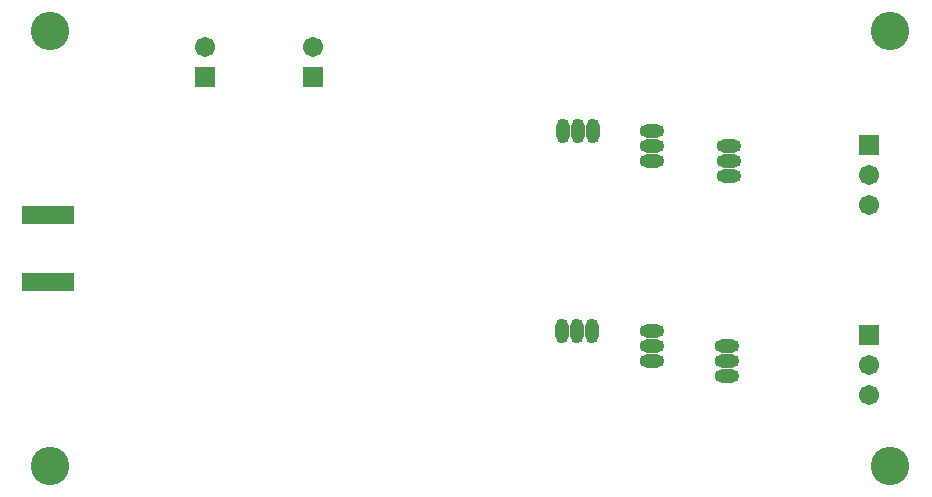
<source format=gbr>
%TF.GenerationSoftware,Altium Limited,Altium Designer,22.7.1 (60)*%
G04 Layer_Color=16711935*
%FSLAX45Y45*%
%MOMM*%
%TF.SameCoordinates,8DF05635-03F1-411C-9BC5-7CD19558B576*%
%TF.FilePolarity,Negative*%
%TF.FileFunction,Soldermask,Bot*%
%TF.Part,Single*%
G01*
G75*
%TA.AperFunction,ConnectorPad*%
%ADD32R,4.40320X1.55320*%
%TA.AperFunction,ComponentPad*%
%ADD35R,1.70320X1.70320*%
%ADD36C,1.70320*%
%TA.AperFunction,WasherPad*%
%ADD37C,3.25120*%
%TA.AperFunction,ComponentPad*%
%ADD38O,2.10160X1.10160*%
%ADD39O,2.10160X1.10160*%
%ADD40O,1.10160X2.10160*%
%ADD41O,1.10160X2.10160*%
D32*
X2775900Y4353000D02*
D03*
Y4918000D02*
D03*
D35*
X9728200Y5511800D02*
D03*
Y3898900D02*
D03*
X5016500Y6083300D02*
D03*
X4102100D02*
D03*
D36*
X9728200Y5257800D02*
D03*
Y5003800D02*
D03*
Y3644900D02*
D03*
Y3390900D02*
D03*
X5016500Y6337300D02*
D03*
X4102100D02*
D03*
D37*
X2794000Y6477000D02*
D03*
Y2794000D02*
D03*
X9906000D02*
D03*
Y6477000D02*
D03*
D38*
X8539626Y5245100D02*
D03*
Y5499100D02*
D03*
X8521700Y3556000D02*
D03*
Y3810000D02*
D03*
X7886700Y3683000D02*
D03*
Y3937000D02*
D03*
Y5372100D02*
D03*
Y5626100D02*
D03*
D39*
X8539626Y5372100D02*
D03*
X8521700Y3683000D02*
D03*
X7886700Y3810000D02*
D03*
Y5499100D02*
D03*
D40*
X7124700Y3937000D02*
D03*
X7378700D02*
D03*
X7391400Y5626100D02*
D03*
X7137400D02*
D03*
D41*
X7251700Y3937000D02*
D03*
X7264400Y5626100D02*
D03*
%TF.MD5,42300d4a5f1c2b3916307863d9f813bd*%
M02*

</source>
